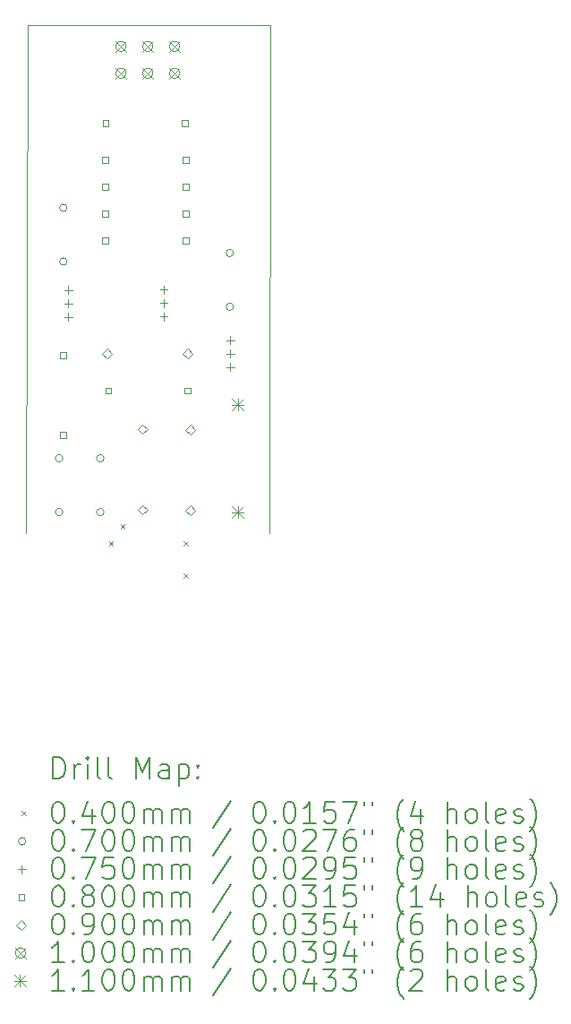
<source format=gbr>
%TF.GenerationSoftware,KiCad,Pcbnew,6.0.11+dfsg-1*%
%TF.CreationDate,2025-09-02T17:45:51-05:00*%
%TF.ProjectId,TinyFreq,54696e79-4672-4657-912e-6b696361645f,rev?*%
%TF.SameCoordinates,Original*%
%TF.FileFunction,Drillmap*%
%TF.FilePolarity,Positive*%
%FSLAX45Y45*%
G04 Gerber Fmt 4.5, Leading zero omitted, Abs format (unit mm)*
G04 Created by KiCad (PCBNEW 6.0.11+dfsg-1) date 2025-09-02 17:45:51*
%MOMM*%
%LPD*%
G01*
G04 APERTURE LIST*
%ADD10C,0.100000*%
%ADD11C,0.200000*%
%ADD12C,0.040000*%
%ADD13C,0.070000*%
%ADD14C,0.075000*%
%ADD15C,0.080000*%
%ADD16C,0.090000*%
%ADD17C,0.110000*%
G04 APERTURE END LIST*
D10*
X12440500Y-11208000D02*
X12450000Y-6400000D01*
X14750000Y-6400000D02*
X14740500Y-11208000D01*
X12450000Y-6400000D02*
X14750000Y-6400000D01*
D11*
D12*
X13220500Y-11280000D02*
X13260500Y-11320000D01*
X13260500Y-11280000D02*
X13220500Y-11320000D01*
X13330500Y-11123000D02*
X13370500Y-11163000D01*
X13370500Y-11123000D02*
X13330500Y-11163000D01*
X13928500Y-11280000D02*
X13968500Y-11320000D01*
X13968500Y-11280000D02*
X13928500Y-11320000D01*
X13930000Y-11588000D02*
X13970000Y-11628000D01*
X13970000Y-11588000D02*
X13930000Y-11628000D01*
D13*
X12785500Y-10498000D02*
G75*
G03*
X12785500Y-10498000I-35000J0D01*
G01*
X12785500Y-11006000D02*
G75*
G03*
X12785500Y-11006000I-35000J0D01*
G01*
X12825500Y-8130000D02*
G75*
G03*
X12825500Y-8130000I-35000J0D01*
G01*
X12825500Y-8638000D02*
G75*
G03*
X12825500Y-8638000I-35000J0D01*
G01*
X13175500Y-10498000D02*
G75*
G03*
X13175500Y-10498000I-35000J0D01*
G01*
X13175500Y-11006000D02*
G75*
G03*
X13175500Y-11006000I-35000J0D01*
G01*
X14400500Y-8558000D02*
G75*
G03*
X14400500Y-8558000I-35000J0D01*
G01*
X14400500Y-9066000D02*
G75*
G03*
X14400500Y-9066000I-35000J0D01*
G01*
D14*
X12838500Y-8868500D02*
X12838500Y-8943500D01*
X12801000Y-8906000D02*
X12876000Y-8906000D01*
X12838500Y-8995500D02*
X12838500Y-9070500D01*
X12801000Y-9033000D02*
X12876000Y-9033000D01*
X12838500Y-9122500D02*
X12838500Y-9197500D01*
X12801000Y-9160000D02*
X12876000Y-9160000D01*
X13740500Y-8866500D02*
X13740500Y-8941500D01*
X13703000Y-8904000D02*
X13778000Y-8904000D01*
X13740500Y-8993500D02*
X13740500Y-9068500D01*
X13703000Y-9031000D02*
X13778000Y-9031000D01*
X13740500Y-9120500D02*
X13740500Y-9195500D01*
X13703000Y-9158000D02*
X13778000Y-9158000D01*
X14368500Y-9343500D02*
X14368500Y-9418500D01*
X14331000Y-9381000D02*
X14406000Y-9381000D01*
X14368500Y-9470500D02*
X14368500Y-9545500D01*
X14331000Y-9508000D02*
X14406000Y-9508000D01*
X14368500Y-9597500D02*
X14368500Y-9672500D01*
X14331000Y-9635000D02*
X14406000Y-9635000D01*
D15*
X12818784Y-9553285D02*
X12818784Y-9496716D01*
X12762215Y-9496716D01*
X12762215Y-9553285D01*
X12818784Y-9553285D01*
X12818784Y-10303285D02*
X12818784Y-10246716D01*
X12762215Y-10246716D01*
X12762215Y-10303285D01*
X12818784Y-10303285D01*
X13213784Y-7706284D02*
X13213784Y-7649715D01*
X13157215Y-7649715D01*
X13157215Y-7706284D01*
X13213784Y-7706284D01*
X13213784Y-7960284D02*
X13213784Y-7903715D01*
X13157215Y-7903715D01*
X13157215Y-7960284D01*
X13213784Y-7960284D01*
X13213784Y-8214284D02*
X13213784Y-8157715D01*
X13157215Y-8157715D01*
X13157215Y-8214284D01*
X13213784Y-8214284D01*
X13213784Y-8468285D02*
X13213784Y-8411716D01*
X13157215Y-8411716D01*
X13157215Y-8468285D01*
X13213784Y-8468285D01*
X13218784Y-7361284D02*
X13218784Y-7304715D01*
X13162215Y-7304715D01*
X13162215Y-7361284D01*
X13218784Y-7361284D01*
X13243784Y-9886285D02*
X13243784Y-9829716D01*
X13187215Y-9829716D01*
X13187215Y-9886285D01*
X13243784Y-9886285D01*
X13968784Y-7361284D02*
X13968784Y-7304715D01*
X13912215Y-7304715D01*
X13912215Y-7361284D01*
X13968784Y-7361284D01*
X13975784Y-7706284D02*
X13975784Y-7649715D01*
X13919215Y-7649715D01*
X13919215Y-7706284D01*
X13975784Y-7706284D01*
X13975784Y-7960284D02*
X13975784Y-7903715D01*
X13919215Y-7903715D01*
X13919215Y-7960284D01*
X13975784Y-7960284D01*
X13975784Y-8214284D02*
X13975784Y-8157715D01*
X13919215Y-8157715D01*
X13919215Y-8214284D01*
X13975784Y-8214284D01*
X13975784Y-8468285D02*
X13975784Y-8411716D01*
X13919215Y-8411716D01*
X13919215Y-8468285D01*
X13975784Y-8468285D01*
X13993784Y-9886285D02*
X13993784Y-9829716D01*
X13937215Y-9829716D01*
X13937215Y-9886285D01*
X13993784Y-9886285D01*
D16*
X13203500Y-9553000D02*
X13248500Y-9508000D01*
X13203500Y-9463000D01*
X13158500Y-9508000D01*
X13203500Y-9553000D01*
X13540500Y-10266000D02*
X13585500Y-10221000D01*
X13540500Y-10176000D01*
X13495500Y-10221000D01*
X13540500Y-10266000D01*
X13540500Y-11028000D02*
X13585500Y-10983000D01*
X13540500Y-10938000D01*
X13495500Y-10983000D01*
X13540500Y-11028000D01*
X13965500Y-9553000D02*
X14010500Y-9508000D01*
X13965500Y-9463000D01*
X13920500Y-9508000D01*
X13965500Y-9553000D01*
X13990500Y-10272000D02*
X14035500Y-10227000D01*
X13990500Y-10182000D01*
X13945500Y-10227000D01*
X13990500Y-10272000D01*
X13990500Y-11034000D02*
X14035500Y-10989000D01*
X13990500Y-10944000D01*
X13945500Y-10989000D01*
X13990500Y-11034000D01*
D10*
X13285000Y-6555500D02*
X13385000Y-6655500D01*
X13385000Y-6555500D02*
X13285000Y-6655500D01*
X13385000Y-6605500D02*
G75*
G03*
X13385000Y-6605500I-50000J0D01*
G01*
X13285000Y-6809500D02*
X13385000Y-6909500D01*
X13385000Y-6809500D02*
X13285000Y-6909500D01*
X13385000Y-6859500D02*
G75*
G03*
X13385000Y-6859500I-50000J0D01*
G01*
X13539000Y-6555500D02*
X13639000Y-6655500D01*
X13639000Y-6555500D02*
X13539000Y-6655500D01*
X13639000Y-6605500D02*
G75*
G03*
X13639000Y-6605500I-50000J0D01*
G01*
X13539000Y-6809500D02*
X13639000Y-6909500D01*
X13639000Y-6809500D02*
X13539000Y-6909500D01*
X13639000Y-6859500D02*
G75*
G03*
X13639000Y-6859500I-50000J0D01*
G01*
X13793000Y-6555500D02*
X13893000Y-6655500D01*
X13893000Y-6555500D02*
X13793000Y-6655500D01*
X13893000Y-6605500D02*
G75*
G03*
X13893000Y-6605500I-50000J0D01*
G01*
X13793000Y-6809500D02*
X13893000Y-6909500D01*
X13893000Y-6809500D02*
X13793000Y-6909500D01*
X13893000Y-6859500D02*
G75*
G03*
X13893000Y-6859500I-50000J0D01*
G01*
D17*
X14385500Y-9937000D02*
X14495500Y-10047000D01*
X14495500Y-9937000D02*
X14385500Y-10047000D01*
X14440500Y-9937000D02*
X14440500Y-10047000D01*
X14385500Y-9992000D02*
X14495500Y-9992000D01*
X14385500Y-10953000D02*
X14495500Y-11063000D01*
X14495500Y-10953000D02*
X14385500Y-11063000D01*
X14440500Y-10953000D02*
X14440500Y-11063000D01*
X14385500Y-11008000D02*
X14495500Y-11008000D01*
D11*
X12693119Y-13523476D02*
X12693119Y-13323476D01*
X12740738Y-13323476D01*
X12769309Y-13333000D01*
X12788357Y-13352048D01*
X12797881Y-13371095D01*
X12807405Y-13409190D01*
X12807405Y-13437762D01*
X12797881Y-13475857D01*
X12788357Y-13494905D01*
X12769309Y-13513952D01*
X12740738Y-13523476D01*
X12693119Y-13523476D01*
X12893119Y-13523476D02*
X12893119Y-13390143D01*
X12893119Y-13428238D02*
X12902643Y-13409190D01*
X12912167Y-13399667D01*
X12931214Y-13390143D01*
X12950262Y-13390143D01*
X13016928Y-13523476D02*
X13016928Y-13390143D01*
X13016928Y-13323476D02*
X13007405Y-13333000D01*
X13016928Y-13342524D01*
X13026452Y-13333000D01*
X13016928Y-13323476D01*
X13016928Y-13342524D01*
X13140738Y-13523476D02*
X13121690Y-13513952D01*
X13112167Y-13494905D01*
X13112167Y-13323476D01*
X13245500Y-13523476D02*
X13226452Y-13513952D01*
X13216928Y-13494905D01*
X13216928Y-13323476D01*
X13474071Y-13523476D02*
X13474071Y-13323476D01*
X13540738Y-13466333D01*
X13607405Y-13323476D01*
X13607405Y-13523476D01*
X13788357Y-13523476D02*
X13788357Y-13418714D01*
X13778833Y-13399667D01*
X13759786Y-13390143D01*
X13721690Y-13390143D01*
X13702643Y-13399667D01*
X13788357Y-13513952D02*
X13769309Y-13523476D01*
X13721690Y-13523476D01*
X13702643Y-13513952D01*
X13693119Y-13494905D01*
X13693119Y-13475857D01*
X13702643Y-13456809D01*
X13721690Y-13447286D01*
X13769309Y-13447286D01*
X13788357Y-13437762D01*
X13883595Y-13390143D02*
X13883595Y-13590143D01*
X13883595Y-13399667D02*
X13902643Y-13390143D01*
X13940738Y-13390143D01*
X13959786Y-13399667D01*
X13969309Y-13409190D01*
X13978833Y-13428238D01*
X13978833Y-13485381D01*
X13969309Y-13504428D01*
X13959786Y-13513952D01*
X13940738Y-13523476D01*
X13902643Y-13523476D01*
X13883595Y-13513952D01*
X14064548Y-13504428D02*
X14074071Y-13513952D01*
X14064548Y-13523476D01*
X14055024Y-13513952D01*
X14064548Y-13504428D01*
X14064548Y-13523476D01*
X14064548Y-13399667D02*
X14074071Y-13409190D01*
X14064548Y-13418714D01*
X14055024Y-13409190D01*
X14064548Y-13399667D01*
X14064548Y-13418714D01*
D12*
X12395500Y-13833000D02*
X12435500Y-13873000D01*
X12435500Y-13833000D02*
X12395500Y-13873000D01*
D11*
X12731214Y-13743476D02*
X12750262Y-13743476D01*
X12769309Y-13753000D01*
X12778833Y-13762524D01*
X12788357Y-13781571D01*
X12797881Y-13819667D01*
X12797881Y-13867286D01*
X12788357Y-13905381D01*
X12778833Y-13924428D01*
X12769309Y-13933952D01*
X12750262Y-13943476D01*
X12731214Y-13943476D01*
X12712167Y-13933952D01*
X12702643Y-13924428D01*
X12693119Y-13905381D01*
X12683595Y-13867286D01*
X12683595Y-13819667D01*
X12693119Y-13781571D01*
X12702643Y-13762524D01*
X12712167Y-13753000D01*
X12731214Y-13743476D01*
X12883595Y-13924428D02*
X12893119Y-13933952D01*
X12883595Y-13943476D01*
X12874071Y-13933952D01*
X12883595Y-13924428D01*
X12883595Y-13943476D01*
X13064548Y-13810143D02*
X13064548Y-13943476D01*
X13016928Y-13733952D02*
X12969309Y-13876809D01*
X13093119Y-13876809D01*
X13207405Y-13743476D02*
X13226452Y-13743476D01*
X13245500Y-13753000D01*
X13255024Y-13762524D01*
X13264548Y-13781571D01*
X13274071Y-13819667D01*
X13274071Y-13867286D01*
X13264548Y-13905381D01*
X13255024Y-13924428D01*
X13245500Y-13933952D01*
X13226452Y-13943476D01*
X13207405Y-13943476D01*
X13188357Y-13933952D01*
X13178833Y-13924428D01*
X13169309Y-13905381D01*
X13159786Y-13867286D01*
X13159786Y-13819667D01*
X13169309Y-13781571D01*
X13178833Y-13762524D01*
X13188357Y-13753000D01*
X13207405Y-13743476D01*
X13397881Y-13743476D02*
X13416928Y-13743476D01*
X13435976Y-13753000D01*
X13445500Y-13762524D01*
X13455024Y-13781571D01*
X13464548Y-13819667D01*
X13464548Y-13867286D01*
X13455024Y-13905381D01*
X13445500Y-13924428D01*
X13435976Y-13933952D01*
X13416928Y-13943476D01*
X13397881Y-13943476D01*
X13378833Y-13933952D01*
X13369309Y-13924428D01*
X13359786Y-13905381D01*
X13350262Y-13867286D01*
X13350262Y-13819667D01*
X13359786Y-13781571D01*
X13369309Y-13762524D01*
X13378833Y-13753000D01*
X13397881Y-13743476D01*
X13550262Y-13943476D02*
X13550262Y-13810143D01*
X13550262Y-13829190D02*
X13559786Y-13819667D01*
X13578833Y-13810143D01*
X13607405Y-13810143D01*
X13626452Y-13819667D01*
X13635976Y-13838714D01*
X13635976Y-13943476D01*
X13635976Y-13838714D02*
X13645500Y-13819667D01*
X13664548Y-13810143D01*
X13693119Y-13810143D01*
X13712167Y-13819667D01*
X13721690Y-13838714D01*
X13721690Y-13943476D01*
X13816928Y-13943476D02*
X13816928Y-13810143D01*
X13816928Y-13829190D02*
X13826452Y-13819667D01*
X13845500Y-13810143D01*
X13874071Y-13810143D01*
X13893119Y-13819667D01*
X13902643Y-13838714D01*
X13902643Y-13943476D01*
X13902643Y-13838714D02*
X13912167Y-13819667D01*
X13931214Y-13810143D01*
X13959786Y-13810143D01*
X13978833Y-13819667D01*
X13988357Y-13838714D01*
X13988357Y-13943476D01*
X14378833Y-13733952D02*
X14207405Y-13991095D01*
X14635976Y-13743476D02*
X14655024Y-13743476D01*
X14674071Y-13753000D01*
X14683595Y-13762524D01*
X14693119Y-13781571D01*
X14702643Y-13819667D01*
X14702643Y-13867286D01*
X14693119Y-13905381D01*
X14683595Y-13924428D01*
X14674071Y-13933952D01*
X14655024Y-13943476D01*
X14635976Y-13943476D01*
X14616928Y-13933952D01*
X14607405Y-13924428D01*
X14597881Y-13905381D01*
X14588357Y-13867286D01*
X14588357Y-13819667D01*
X14597881Y-13781571D01*
X14607405Y-13762524D01*
X14616928Y-13753000D01*
X14635976Y-13743476D01*
X14788357Y-13924428D02*
X14797881Y-13933952D01*
X14788357Y-13943476D01*
X14778833Y-13933952D01*
X14788357Y-13924428D01*
X14788357Y-13943476D01*
X14921690Y-13743476D02*
X14940738Y-13743476D01*
X14959786Y-13753000D01*
X14969309Y-13762524D01*
X14978833Y-13781571D01*
X14988357Y-13819667D01*
X14988357Y-13867286D01*
X14978833Y-13905381D01*
X14969309Y-13924428D01*
X14959786Y-13933952D01*
X14940738Y-13943476D01*
X14921690Y-13943476D01*
X14902643Y-13933952D01*
X14893119Y-13924428D01*
X14883595Y-13905381D01*
X14874071Y-13867286D01*
X14874071Y-13819667D01*
X14883595Y-13781571D01*
X14893119Y-13762524D01*
X14902643Y-13753000D01*
X14921690Y-13743476D01*
X15178833Y-13943476D02*
X15064548Y-13943476D01*
X15121690Y-13943476D02*
X15121690Y-13743476D01*
X15102643Y-13772048D01*
X15083595Y-13791095D01*
X15064548Y-13800619D01*
X15359786Y-13743476D02*
X15264548Y-13743476D01*
X15255024Y-13838714D01*
X15264548Y-13829190D01*
X15283595Y-13819667D01*
X15331214Y-13819667D01*
X15350262Y-13829190D01*
X15359786Y-13838714D01*
X15369309Y-13857762D01*
X15369309Y-13905381D01*
X15359786Y-13924428D01*
X15350262Y-13933952D01*
X15331214Y-13943476D01*
X15283595Y-13943476D01*
X15264548Y-13933952D01*
X15255024Y-13924428D01*
X15435976Y-13743476D02*
X15569309Y-13743476D01*
X15483595Y-13943476D01*
X15635976Y-13743476D02*
X15635976Y-13781571D01*
X15712167Y-13743476D02*
X15712167Y-13781571D01*
X16007405Y-14019667D02*
X15997881Y-14010143D01*
X15978833Y-13981571D01*
X15969309Y-13962524D01*
X15959786Y-13933952D01*
X15950262Y-13886333D01*
X15950262Y-13848238D01*
X15959786Y-13800619D01*
X15969309Y-13772048D01*
X15978833Y-13753000D01*
X15997881Y-13724428D01*
X16007405Y-13714905D01*
X16169309Y-13810143D02*
X16169309Y-13943476D01*
X16121690Y-13733952D02*
X16074071Y-13876809D01*
X16197881Y-13876809D01*
X16426452Y-13943476D02*
X16426452Y-13743476D01*
X16512167Y-13943476D02*
X16512167Y-13838714D01*
X16502643Y-13819667D01*
X16483595Y-13810143D01*
X16455024Y-13810143D01*
X16435976Y-13819667D01*
X16426452Y-13829190D01*
X16635976Y-13943476D02*
X16616928Y-13933952D01*
X16607405Y-13924428D01*
X16597881Y-13905381D01*
X16597881Y-13848238D01*
X16607405Y-13829190D01*
X16616928Y-13819667D01*
X16635976Y-13810143D01*
X16664548Y-13810143D01*
X16683595Y-13819667D01*
X16693119Y-13829190D01*
X16702643Y-13848238D01*
X16702643Y-13905381D01*
X16693119Y-13924428D01*
X16683595Y-13933952D01*
X16664548Y-13943476D01*
X16635976Y-13943476D01*
X16816929Y-13943476D02*
X16797881Y-13933952D01*
X16788357Y-13914905D01*
X16788357Y-13743476D01*
X16969310Y-13933952D02*
X16950262Y-13943476D01*
X16912167Y-13943476D01*
X16893119Y-13933952D01*
X16883595Y-13914905D01*
X16883595Y-13838714D01*
X16893119Y-13819667D01*
X16912167Y-13810143D01*
X16950262Y-13810143D01*
X16969310Y-13819667D01*
X16978833Y-13838714D01*
X16978833Y-13857762D01*
X16883595Y-13876809D01*
X17055024Y-13933952D02*
X17074071Y-13943476D01*
X17112167Y-13943476D01*
X17131214Y-13933952D01*
X17140738Y-13914905D01*
X17140738Y-13905381D01*
X17131214Y-13886333D01*
X17112167Y-13876809D01*
X17083595Y-13876809D01*
X17064548Y-13867286D01*
X17055024Y-13848238D01*
X17055024Y-13838714D01*
X17064548Y-13819667D01*
X17083595Y-13810143D01*
X17112167Y-13810143D01*
X17131214Y-13819667D01*
X17207405Y-14019667D02*
X17216929Y-14010143D01*
X17235976Y-13981571D01*
X17245500Y-13962524D01*
X17255024Y-13933952D01*
X17264548Y-13886333D01*
X17264548Y-13848238D01*
X17255024Y-13800619D01*
X17245500Y-13772048D01*
X17235976Y-13753000D01*
X17216929Y-13724428D01*
X17207405Y-13714905D01*
D13*
X12435500Y-14117000D02*
G75*
G03*
X12435500Y-14117000I-35000J0D01*
G01*
D11*
X12731214Y-14007476D02*
X12750262Y-14007476D01*
X12769309Y-14017000D01*
X12778833Y-14026524D01*
X12788357Y-14045571D01*
X12797881Y-14083667D01*
X12797881Y-14131286D01*
X12788357Y-14169381D01*
X12778833Y-14188428D01*
X12769309Y-14197952D01*
X12750262Y-14207476D01*
X12731214Y-14207476D01*
X12712167Y-14197952D01*
X12702643Y-14188428D01*
X12693119Y-14169381D01*
X12683595Y-14131286D01*
X12683595Y-14083667D01*
X12693119Y-14045571D01*
X12702643Y-14026524D01*
X12712167Y-14017000D01*
X12731214Y-14007476D01*
X12883595Y-14188428D02*
X12893119Y-14197952D01*
X12883595Y-14207476D01*
X12874071Y-14197952D01*
X12883595Y-14188428D01*
X12883595Y-14207476D01*
X12959786Y-14007476D02*
X13093119Y-14007476D01*
X13007405Y-14207476D01*
X13207405Y-14007476D02*
X13226452Y-14007476D01*
X13245500Y-14017000D01*
X13255024Y-14026524D01*
X13264548Y-14045571D01*
X13274071Y-14083667D01*
X13274071Y-14131286D01*
X13264548Y-14169381D01*
X13255024Y-14188428D01*
X13245500Y-14197952D01*
X13226452Y-14207476D01*
X13207405Y-14207476D01*
X13188357Y-14197952D01*
X13178833Y-14188428D01*
X13169309Y-14169381D01*
X13159786Y-14131286D01*
X13159786Y-14083667D01*
X13169309Y-14045571D01*
X13178833Y-14026524D01*
X13188357Y-14017000D01*
X13207405Y-14007476D01*
X13397881Y-14007476D02*
X13416928Y-14007476D01*
X13435976Y-14017000D01*
X13445500Y-14026524D01*
X13455024Y-14045571D01*
X13464548Y-14083667D01*
X13464548Y-14131286D01*
X13455024Y-14169381D01*
X13445500Y-14188428D01*
X13435976Y-14197952D01*
X13416928Y-14207476D01*
X13397881Y-14207476D01*
X13378833Y-14197952D01*
X13369309Y-14188428D01*
X13359786Y-14169381D01*
X13350262Y-14131286D01*
X13350262Y-14083667D01*
X13359786Y-14045571D01*
X13369309Y-14026524D01*
X13378833Y-14017000D01*
X13397881Y-14007476D01*
X13550262Y-14207476D02*
X13550262Y-14074143D01*
X13550262Y-14093190D02*
X13559786Y-14083667D01*
X13578833Y-14074143D01*
X13607405Y-14074143D01*
X13626452Y-14083667D01*
X13635976Y-14102714D01*
X13635976Y-14207476D01*
X13635976Y-14102714D02*
X13645500Y-14083667D01*
X13664548Y-14074143D01*
X13693119Y-14074143D01*
X13712167Y-14083667D01*
X13721690Y-14102714D01*
X13721690Y-14207476D01*
X13816928Y-14207476D02*
X13816928Y-14074143D01*
X13816928Y-14093190D02*
X13826452Y-14083667D01*
X13845500Y-14074143D01*
X13874071Y-14074143D01*
X13893119Y-14083667D01*
X13902643Y-14102714D01*
X13902643Y-14207476D01*
X13902643Y-14102714D02*
X13912167Y-14083667D01*
X13931214Y-14074143D01*
X13959786Y-14074143D01*
X13978833Y-14083667D01*
X13988357Y-14102714D01*
X13988357Y-14207476D01*
X14378833Y-13997952D02*
X14207405Y-14255095D01*
X14635976Y-14007476D02*
X14655024Y-14007476D01*
X14674071Y-14017000D01*
X14683595Y-14026524D01*
X14693119Y-14045571D01*
X14702643Y-14083667D01*
X14702643Y-14131286D01*
X14693119Y-14169381D01*
X14683595Y-14188428D01*
X14674071Y-14197952D01*
X14655024Y-14207476D01*
X14635976Y-14207476D01*
X14616928Y-14197952D01*
X14607405Y-14188428D01*
X14597881Y-14169381D01*
X14588357Y-14131286D01*
X14588357Y-14083667D01*
X14597881Y-14045571D01*
X14607405Y-14026524D01*
X14616928Y-14017000D01*
X14635976Y-14007476D01*
X14788357Y-14188428D02*
X14797881Y-14197952D01*
X14788357Y-14207476D01*
X14778833Y-14197952D01*
X14788357Y-14188428D01*
X14788357Y-14207476D01*
X14921690Y-14007476D02*
X14940738Y-14007476D01*
X14959786Y-14017000D01*
X14969309Y-14026524D01*
X14978833Y-14045571D01*
X14988357Y-14083667D01*
X14988357Y-14131286D01*
X14978833Y-14169381D01*
X14969309Y-14188428D01*
X14959786Y-14197952D01*
X14940738Y-14207476D01*
X14921690Y-14207476D01*
X14902643Y-14197952D01*
X14893119Y-14188428D01*
X14883595Y-14169381D01*
X14874071Y-14131286D01*
X14874071Y-14083667D01*
X14883595Y-14045571D01*
X14893119Y-14026524D01*
X14902643Y-14017000D01*
X14921690Y-14007476D01*
X15064548Y-14026524D02*
X15074071Y-14017000D01*
X15093119Y-14007476D01*
X15140738Y-14007476D01*
X15159786Y-14017000D01*
X15169309Y-14026524D01*
X15178833Y-14045571D01*
X15178833Y-14064619D01*
X15169309Y-14093190D01*
X15055024Y-14207476D01*
X15178833Y-14207476D01*
X15245500Y-14007476D02*
X15378833Y-14007476D01*
X15293119Y-14207476D01*
X15540738Y-14007476D02*
X15502643Y-14007476D01*
X15483595Y-14017000D01*
X15474071Y-14026524D01*
X15455024Y-14055095D01*
X15445500Y-14093190D01*
X15445500Y-14169381D01*
X15455024Y-14188428D01*
X15464548Y-14197952D01*
X15483595Y-14207476D01*
X15521690Y-14207476D01*
X15540738Y-14197952D01*
X15550262Y-14188428D01*
X15559786Y-14169381D01*
X15559786Y-14121762D01*
X15550262Y-14102714D01*
X15540738Y-14093190D01*
X15521690Y-14083667D01*
X15483595Y-14083667D01*
X15464548Y-14093190D01*
X15455024Y-14102714D01*
X15445500Y-14121762D01*
X15635976Y-14007476D02*
X15635976Y-14045571D01*
X15712167Y-14007476D02*
X15712167Y-14045571D01*
X16007405Y-14283667D02*
X15997881Y-14274143D01*
X15978833Y-14245571D01*
X15969309Y-14226524D01*
X15959786Y-14197952D01*
X15950262Y-14150333D01*
X15950262Y-14112238D01*
X15959786Y-14064619D01*
X15969309Y-14036048D01*
X15978833Y-14017000D01*
X15997881Y-13988428D01*
X16007405Y-13978905D01*
X16112167Y-14093190D02*
X16093119Y-14083667D01*
X16083595Y-14074143D01*
X16074071Y-14055095D01*
X16074071Y-14045571D01*
X16083595Y-14026524D01*
X16093119Y-14017000D01*
X16112167Y-14007476D01*
X16150262Y-14007476D01*
X16169309Y-14017000D01*
X16178833Y-14026524D01*
X16188357Y-14045571D01*
X16188357Y-14055095D01*
X16178833Y-14074143D01*
X16169309Y-14083667D01*
X16150262Y-14093190D01*
X16112167Y-14093190D01*
X16093119Y-14102714D01*
X16083595Y-14112238D01*
X16074071Y-14131286D01*
X16074071Y-14169381D01*
X16083595Y-14188428D01*
X16093119Y-14197952D01*
X16112167Y-14207476D01*
X16150262Y-14207476D01*
X16169309Y-14197952D01*
X16178833Y-14188428D01*
X16188357Y-14169381D01*
X16188357Y-14131286D01*
X16178833Y-14112238D01*
X16169309Y-14102714D01*
X16150262Y-14093190D01*
X16426452Y-14207476D02*
X16426452Y-14007476D01*
X16512167Y-14207476D02*
X16512167Y-14102714D01*
X16502643Y-14083667D01*
X16483595Y-14074143D01*
X16455024Y-14074143D01*
X16435976Y-14083667D01*
X16426452Y-14093190D01*
X16635976Y-14207476D02*
X16616928Y-14197952D01*
X16607405Y-14188428D01*
X16597881Y-14169381D01*
X16597881Y-14112238D01*
X16607405Y-14093190D01*
X16616928Y-14083667D01*
X16635976Y-14074143D01*
X16664548Y-14074143D01*
X16683595Y-14083667D01*
X16693119Y-14093190D01*
X16702643Y-14112238D01*
X16702643Y-14169381D01*
X16693119Y-14188428D01*
X16683595Y-14197952D01*
X16664548Y-14207476D01*
X16635976Y-14207476D01*
X16816929Y-14207476D02*
X16797881Y-14197952D01*
X16788357Y-14178905D01*
X16788357Y-14007476D01*
X16969310Y-14197952D02*
X16950262Y-14207476D01*
X16912167Y-14207476D01*
X16893119Y-14197952D01*
X16883595Y-14178905D01*
X16883595Y-14102714D01*
X16893119Y-14083667D01*
X16912167Y-14074143D01*
X16950262Y-14074143D01*
X16969310Y-14083667D01*
X16978833Y-14102714D01*
X16978833Y-14121762D01*
X16883595Y-14140809D01*
X17055024Y-14197952D02*
X17074071Y-14207476D01*
X17112167Y-14207476D01*
X17131214Y-14197952D01*
X17140738Y-14178905D01*
X17140738Y-14169381D01*
X17131214Y-14150333D01*
X17112167Y-14140809D01*
X17083595Y-14140809D01*
X17064548Y-14131286D01*
X17055024Y-14112238D01*
X17055024Y-14102714D01*
X17064548Y-14083667D01*
X17083595Y-14074143D01*
X17112167Y-14074143D01*
X17131214Y-14083667D01*
X17207405Y-14283667D02*
X17216929Y-14274143D01*
X17235976Y-14245571D01*
X17245500Y-14226524D01*
X17255024Y-14197952D01*
X17264548Y-14150333D01*
X17264548Y-14112238D01*
X17255024Y-14064619D01*
X17245500Y-14036048D01*
X17235976Y-14017000D01*
X17216929Y-13988428D01*
X17207405Y-13978905D01*
D14*
X12398000Y-14343500D02*
X12398000Y-14418500D01*
X12360500Y-14381000D02*
X12435500Y-14381000D01*
D11*
X12731214Y-14271476D02*
X12750262Y-14271476D01*
X12769309Y-14281000D01*
X12778833Y-14290524D01*
X12788357Y-14309571D01*
X12797881Y-14347667D01*
X12797881Y-14395286D01*
X12788357Y-14433381D01*
X12778833Y-14452428D01*
X12769309Y-14461952D01*
X12750262Y-14471476D01*
X12731214Y-14471476D01*
X12712167Y-14461952D01*
X12702643Y-14452428D01*
X12693119Y-14433381D01*
X12683595Y-14395286D01*
X12683595Y-14347667D01*
X12693119Y-14309571D01*
X12702643Y-14290524D01*
X12712167Y-14281000D01*
X12731214Y-14271476D01*
X12883595Y-14452428D02*
X12893119Y-14461952D01*
X12883595Y-14471476D01*
X12874071Y-14461952D01*
X12883595Y-14452428D01*
X12883595Y-14471476D01*
X12959786Y-14271476D02*
X13093119Y-14271476D01*
X13007405Y-14471476D01*
X13264548Y-14271476D02*
X13169309Y-14271476D01*
X13159786Y-14366714D01*
X13169309Y-14357190D01*
X13188357Y-14347667D01*
X13235976Y-14347667D01*
X13255024Y-14357190D01*
X13264548Y-14366714D01*
X13274071Y-14385762D01*
X13274071Y-14433381D01*
X13264548Y-14452428D01*
X13255024Y-14461952D01*
X13235976Y-14471476D01*
X13188357Y-14471476D01*
X13169309Y-14461952D01*
X13159786Y-14452428D01*
X13397881Y-14271476D02*
X13416928Y-14271476D01*
X13435976Y-14281000D01*
X13445500Y-14290524D01*
X13455024Y-14309571D01*
X13464548Y-14347667D01*
X13464548Y-14395286D01*
X13455024Y-14433381D01*
X13445500Y-14452428D01*
X13435976Y-14461952D01*
X13416928Y-14471476D01*
X13397881Y-14471476D01*
X13378833Y-14461952D01*
X13369309Y-14452428D01*
X13359786Y-14433381D01*
X13350262Y-14395286D01*
X13350262Y-14347667D01*
X13359786Y-14309571D01*
X13369309Y-14290524D01*
X13378833Y-14281000D01*
X13397881Y-14271476D01*
X13550262Y-14471476D02*
X13550262Y-14338143D01*
X13550262Y-14357190D02*
X13559786Y-14347667D01*
X13578833Y-14338143D01*
X13607405Y-14338143D01*
X13626452Y-14347667D01*
X13635976Y-14366714D01*
X13635976Y-14471476D01*
X13635976Y-14366714D02*
X13645500Y-14347667D01*
X13664548Y-14338143D01*
X13693119Y-14338143D01*
X13712167Y-14347667D01*
X13721690Y-14366714D01*
X13721690Y-14471476D01*
X13816928Y-14471476D02*
X13816928Y-14338143D01*
X13816928Y-14357190D02*
X13826452Y-14347667D01*
X13845500Y-14338143D01*
X13874071Y-14338143D01*
X13893119Y-14347667D01*
X13902643Y-14366714D01*
X13902643Y-14471476D01*
X13902643Y-14366714D02*
X13912167Y-14347667D01*
X13931214Y-14338143D01*
X13959786Y-14338143D01*
X13978833Y-14347667D01*
X13988357Y-14366714D01*
X13988357Y-14471476D01*
X14378833Y-14261952D02*
X14207405Y-14519095D01*
X14635976Y-14271476D02*
X14655024Y-14271476D01*
X14674071Y-14281000D01*
X14683595Y-14290524D01*
X14693119Y-14309571D01*
X14702643Y-14347667D01*
X14702643Y-14395286D01*
X14693119Y-14433381D01*
X14683595Y-14452428D01*
X14674071Y-14461952D01*
X14655024Y-14471476D01*
X14635976Y-14471476D01*
X14616928Y-14461952D01*
X14607405Y-14452428D01*
X14597881Y-14433381D01*
X14588357Y-14395286D01*
X14588357Y-14347667D01*
X14597881Y-14309571D01*
X14607405Y-14290524D01*
X14616928Y-14281000D01*
X14635976Y-14271476D01*
X14788357Y-14452428D02*
X14797881Y-14461952D01*
X14788357Y-14471476D01*
X14778833Y-14461952D01*
X14788357Y-14452428D01*
X14788357Y-14471476D01*
X14921690Y-14271476D02*
X14940738Y-14271476D01*
X14959786Y-14281000D01*
X14969309Y-14290524D01*
X14978833Y-14309571D01*
X14988357Y-14347667D01*
X14988357Y-14395286D01*
X14978833Y-14433381D01*
X14969309Y-14452428D01*
X14959786Y-14461952D01*
X14940738Y-14471476D01*
X14921690Y-14471476D01*
X14902643Y-14461952D01*
X14893119Y-14452428D01*
X14883595Y-14433381D01*
X14874071Y-14395286D01*
X14874071Y-14347667D01*
X14883595Y-14309571D01*
X14893119Y-14290524D01*
X14902643Y-14281000D01*
X14921690Y-14271476D01*
X15064548Y-14290524D02*
X15074071Y-14281000D01*
X15093119Y-14271476D01*
X15140738Y-14271476D01*
X15159786Y-14281000D01*
X15169309Y-14290524D01*
X15178833Y-14309571D01*
X15178833Y-14328619D01*
X15169309Y-14357190D01*
X15055024Y-14471476D01*
X15178833Y-14471476D01*
X15274071Y-14471476D02*
X15312167Y-14471476D01*
X15331214Y-14461952D01*
X15340738Y-14452428D01*
X15359786Y-14423857D01*
X15369309Y-14385762D01*
X15369309Y-14309571D01*
X15359786Y-14290524D01*
X15350262Y-14281000D01*
X15331214Y-14271476D01*
X15293119Y-14271476D01*
X15274071Y-14281000D01*
X15264548Y-14290524D01*
X15255024Y-14309571D01*
X15255024Y-14357190D01*
X15264548Y-14376238D01*
X15274071Y-14385762D01*
X15293119Y-14395286D01*
X15331214Y-14395286D01*
X15350262Y-14385762D01*
X15359786Y-14376238D01*
X15369309Y-14357190D01*
X15550262Y-14271476D02*
X15455024Y-14271476D01*
X15445500Y-14366714D01*
X15455024Y-14357190D01*
X15474071Y-14347667D01*
X15521690Y-14347667D01*
X15540738Y-14357190D01*
X15550262Y-14366714D01*
X15559786Y-14385762D01*
X15559786Y-14433381D01*
X15550262Y-14452428D01*
X15540738Y-14461952D01*
X15521690Y-14471476D01*
X15474071Y-14471476D01*
X15455024Y-14461952D01*
X15445500Y-14452428D01*
X15635976Y-14271476D02*
X15635976Y-14309571D01*
X15712167Y-14271476D02*
X15712167Y-14309571D01*
X16007405Y-14547667D02*
X15997881Y-14538143D01*
X15978833Y-14509571D01*
X15969309Y-14490524D01*
X15959786Y-14461952D01*
X15950262Y-14414333D01*
X15950262Y-14376238D01*
X15959786Y-14328619D01*
X15969309Y-14300048D01*
X15978833Y-14281000D01*
X15997881Y-14252428D01*
X16007405Y-14242905D01*
X16093119Y-14471476D02*
X16131214Y-14471476D01*
X16150262Y-14461952D01*
X16159786Y-14452428D01*
X16178833Y-14423857D01*
X16188357Y-14385762D01*
X16188357Y-14309571D01*
X16178833Y-14290524D01*
X16169309Y-14281000D01*
X16150262Y-14271476D01*
X16112167Y-14271476D01*
X16093119Y-14281000D01*
X16083595Y-14290524D01*
X16074071Y-14309571D01*
X16074071Y-14357190D01*
X16083595Y-14376238D01*
X16093119Y-14385762D01*
X16112167Y-14395286D01*
X16150262Y-14395286D01*
X16169309Y-14385762D01*
X16178833Y-14376238D01*
X16188357Y-14357190D01*
X16426452Y-14471476D02*
X16426452Y-14271476D01*
X16512167Y-14471476D02*
X16512167Y-14366714D01*
X16502643Y-14347667D01*
X16483595Y-14338143D01*
X16455024Y-14338143D01*
X16435976Y-14347667D01*
X16426452Y-14357190D01*
X16635976Y-14471476D02*
X16616928Y-14461952D01*
X16607405Y-14452428D01*
X16597881Y-14433381D01*
X16597881Y-14376238D01*
X16607405Y-14357190D01*
X16616928Y-14347667D01*
X16635976Y-14338143D01*
X16664548Y-14338143D01*
X16683595Y-14347667D01*
X16693119Y-14357190D01*
X16702643Y-14376238D01*
X16702643Y-14433381D01*
X16693119Y-14452428D01*
X16683595Y-14461952D01*
X16664548Y-14471476D01*
X16635976Y-14471476D01*
X16816929Y-14471476D02*
X16797881Y-14461952D01*
X16788357Y-14442905D01*
X16788357Y-14271476D01*
X16969310Y-14461952D02*
X16950262Y-14471476D01*
X16912167Y-14471476D01*
X16893119Y-14461952D01*
X16883595Y-14442905D01*
X16883595Y-14366714D01*
X16893119Y-14347667D01*
X16912167Y-14338143D01*
X16950262Y-14338143D01*
X16969310Y-14347667D01*
X16978833Y-14366714D01*
X16978833Y-14385762D01*
X16883595Y-14404809D01*
X17055024Y-14461952D02*
X17074071Y-14471476D01*
X17112167Y-14471476D01*
X17131214Y-14461952D01*
X17140738Y-14442905D01*
X17140738Y-14433381D01*
X17131214Y-14414333D01*
X17112167Y-14404809D01*
X17083595Y-14404809D01*
X17064548Y-14395286D01*
X17055024Y-14376238D01*
X17055024Y-14366714D01*
X17064548Y-14347667D01*
X17083595Y-14338143D01*
X17112167Y-14338143D01*
X17131214Y-14347667D01*
X17207405Y-14547667D02*
X17216929Y-14538143D01*
X17235976Y-14509571D01*
X17245500Y-14490524D01*
X17255024Y-14461952D01*
X17264548Y-14414333D01*
X17264548Y-14376238D01*
X17255024Y-14328619D01*
X17245500Y-14300048D01*
X17235976Y-14281000D01*
X17216929Y-14252428D01*
X17207405Y-14242905D01*
D15*
X12423784Y-14673284D02*
X12423784Y-14616715D01*
X12367215Y-14616715D01*
X12367215Y-14673284D01*
X12423784Y-14673284D01*
D11*
X12731214Y-14535476D02*
X12750262Y-14535476D01*
X12769309Y-14545000D01*
X12778833Y-14554524D01*
X12788357Y-14573571D01*
X12797881Y-14611667D01*
X12797881Y-14659286D01*
X12788357Y-14697381D01*
X12778833Y-14716428D01*
X12769309Y-14725952D01*
X12750262Y-14735476D01*
X12731214Y-14735476D01*
X12712167Y-14725952D01*
X12702643Y-14716428D01*
X12693119Y-14697381D01*
X12683595Y-14659286D01*
X12683595Y-14611667D01*
X12693119Y-14573571D01*
X12702643Y-14554524D01*
X12712167Y-14545000D01*
X12731214Y-14535476D01*
X12883595Y-14716428D02*
X12893119Y-14725952D01*
X12883595Y-14735476D01*
X12874071Y-14725952D01*
X12883595Y-14716428D01*
X12883595Y-14735476D01*
X13007405Y-14621190D02*
X12988357Y-14611667D01*
X12978833Y-14602143D01*
X12969309Y-14583095D01*
X12969309Y-14573571D01*
X12978833Y-14554524D01*
X12988357Y-14545000D01*
X13007405Y-14535476D01*
X13045500Y-14535476D01*
X13064548Y-14545000D01*
X13074071Y-14554524D01*
X13083595Y-14573571D01*
X13083595Y-14583095D01*
X13074071Y-14602143D01*
X13064548Y-14611667D01*
X13045500Y-14621190D01*
X13007405Y-14621190D01*
X12988357Y-14630714D01*
X12978833Y-14640238D01*
X12969309Y-14659286D01*
X12969309Y-14697381D01*
X12978833Y-14716428D01*
X12988357Y-14725952D01*
X13007405Y-14735476D01*
X13045500Y-14735476D01*
X13064548Y-14725952D01*
X13074071Y-14716428D01*
X13083595Y-14697381D01*
X13083595Y-14659286D01*
X13074071Y-14640238D01*
X13064548Y-14630714D01*
X13045500Y-14621190D01*
X13207405Y-14535476D02*
X13226452Y-14535476D01*
X13245500Y-14545000D01*
X13255024Y-14554524D01*
X13264548Y-14573571D01*
X13274071Y-14611667D01*
X13274071Y-14659286D01*
X13264548Y-14697381D01*
X13255024Y-14716428D01*
X13245500Y-14725952D01*
X13226452Y-14735476D01*
X13207405Y-14735476D01*
X13188357Y-14725952D01*
X13178833Y-14716428D01*
X13169309Y-14697381D01*
X13159786Y-14659286D01*
X13159786Y-14611667D01*
X13169309Y-14573571D01*
X13178833Y-14554524D01*
X13188357Y-14545000D01*
X13207405Y-14535476D01*
X13397881Y-14535476D02*
X13416928Y-14535476D01*
X13435976Y-14545000D01*
X13445500Y-14554524D01*
X13455024Y-14573571D01*
X13464548Y-14611667D01*
X13464548Y-14659286D01*
X13455024Y-14697381D01*
X13445500Y-14716428D01*
X13435976Y-14725952D01*
X13416928Y-14735476D01*
X13397881Y-14735476D01*
X13378833Y-14725952D01*
X13369309Y-14716428D01*
X13359786Y-14697381D01*
X13350262Y-14659286D01*
X13350262Y-14611667D01*
X13359786Y-14573571D01*
X13369309Y-14554524D01*
X13378833Y-14545000D01*
X13397881Y-14535476D01*
X13550262Y-14735476D02*
X13550262Y-14602143D01*
X13550262Y-14621190D02*
X13559786Y-14611667D01*
X13578833Y-14602143D01*
X13607405Y-14602143D01*
X13626452Y-14611667D01*
X13635976Y-14630714D01*
X13635976Y-14735476D01*
X13635976Y-14630714D02*
X13645500Y-14611667D01*
X13664548Y-14602143D01*
X13693119Y-14602143D01*
X13712167Y-14611667D01*
X13721690Y-14630714D01*
X13721690Y-14735476D01*
X13816928Y-14735476D02*
X13816928Y-14602143D01*
X13816928Y-14621190D02*
X13826452Y-14611667D01*
X13845500Y-14602143D01*
X13874071Y-14602143D01*
X13893119Y-14611667D01*
X13902643Y-14630714D01*
X13902643Y-14735476D01*
X13902643Y-14630714D02*
X13912167Y-14611667D01*
X13931214Y-14602143D01*
X13959786Y-14602143D01*
X13978833Y-14611667D01*
X13988357Y-14630714D01*
X13988357Y-14735476D01*
X14378833Y-14525952D02*
X14207405Y-14783095D01*
X14635976Y-14535476D02*
X14655024Y-14535476D01*
X14674071Y-14545000D01*
X14683595Y-14554524D01*
X14693119Y-14573571D01*
X14702643Y-14611667D01*
X14702643Y-14659286D01*
X14693119Y-14697381D01*
X14683595Y-14716428D01*
X14674071Y-14725952D01*
X14655024Y-14735476D01*
X14635976Y-14735476D01*
X14616928Y-14725952D01*
X14607405Y-14716428D01*
X14597881Y-14697381D01*
X14588357Y-14659286D01*
X14588357Y-14611667D01*
X14597881Y-14573571D01*
X14607405Y-14554524D01*
X14616928Y-14545000D01*
X14635976Y-14535476D01*
X14788357Y-14716428D02*
X14797881Y-14725952D01*
X14788357Y-14735476D01*
X14778833Y-14725952D01*
X14788357Y-14716428D01*
X14788357Y-14735476D01*
X14921690Y-14535476D02*
X14940738Y-14535476D01*
X14959786Y-14545000D01*
X14969309Y-14554524D01*
X14978833Y-14573571D01*
X14988357Y-14611667D01*
X14988357Y-14659286D01*
X14978833Y-14697381D01*
X14969309Y-14716428D01*
X14959786Y-14725952D01*
X14940738Y-14735476D01*
X14921690Y-14735476D01*
X14902643Y-14725952D01*
X14893119Y-14716428D01*
X14883595Y-14697381D01*
X14874071Y-14659286D01*
X14874071Y-14611667D01*
X14883595Y-14573571D01*
X14893119Y-14554524D01*
X14902643Y-14545000D01*
X14921690Y-14535476D01*
X15055024Y-14535476D02*
X15178833Y-14535476D01*
X15112167Y-14611667D01*
X15140738Y-14611667D01*
X15159786Y-14621190D01*
X15169309Y-14630714D01*
X15178833Y-14649762D01*
X15178833Y-14697381D01*
X15169309Y-14716428D01*
X15159786Y-14725952D01*
X15140738Y-14735476D01*
X15083595Y-14735476D01*
X15064548Y-14725952D01*
X15055024Y-14716428D01*
X15369309Y-14735476D02*
X15255024Y-14735476D01*
X15312167Y-14735476D02*
X15312167Y-14535476D01*
X15293119Y-14564048D01*
X15274071Y-14583095D01*
X15255024Y-14592619D01*
X15550262Y-14535476D02*
X15455024Y-14535476D01*
X15445500Y-14630714D01*
X15455024Y-14621190D01*
X15474071Y-14611667D01*
X15521690Y-14611667D01*
X15540738Y-14621190D01*
X15550262Y-14630714D01*
X15559786Y-14649762D01*
X15559786Y-14697381D01*
X15550262Y-14716428D01*
X15540738Y-14725952D01*
X15521690Y-14735476D01*
X15474071Y-14735476D01*
X15455024Y-14725952D01*
X15445500Y-14716428D01*
X15635976Y-14535476D02*
X15635976Y-14573571D01*
X15712167Y-14535476D02*
X15712167Y-14573571D01*
X16007405Y-14811667D02*
X15997881Y-14802143D01*
X15978833Y-14773571D01*
X15969309Y-14754524D01*
X15959786Y-14725952D01*
X15950262Y-14678333D01*
X15950262Y-14640238D01*
X15959786Y-14592619D01*
X15969309Y-14564048D01*
X15978833Y-14545000D01*
X15997881Y-14516428D01*
X16007405Y-14506905D01*
X16188357Y-14735476D02*
X16074071Y-14735476D01*
X16131214Y-14735476D02*
X16131214Y-14535476D01*
X16112167Y-14564048D01*
X16093119Y-14583095D01*
X16074071Y-14592619D01*
X16359786Y-14602143D02*
X16359786Y-14735476D01*
X16312167Y-14525952D02*
X16264548Y-14668809D01*
X16388357Y-14668809D01*
X16616928Y-14735476D02*
X16616928Y-14535476D01*
X16702643Y-14735476D02*
X16702643Y-14630714D01*
X16693119Y-14611667D01*
X16674071Y-14602143D01*
X16645500Y-14602143D01*
X16626452Y-14611667D01*
X16616928Y-14621190D01*
X16826452Y-14735476D02*
X16807405Y-14725952D01*
X16797881Y-14716428D01*
X16788357Y-14697381D01*
X16788357Y-14640238D01*
X16797881Y-14621190D01*
X16807405Y-14611667D01*
X16826452Y-14602143D01*
X16855024Y-14602143D01*
X16874071Y-14611667D01*
X16883595Y-14621190D01*
X16893119Y-14640238D01*
X16893119Y-14697381D01*
X16883595Y-14716428D01*
X16874071Y-14725952D01*
X16855024Y-14735476D01*
X16826452Y-14735476D01*
X17007405Y-14735476D02*
X16988357Y-14725952D01*
X16978833Y-14706905D01*
X16978833Y-14535476D01*
X17159786Y-14725952D02*
X17140738Y-14735476D01*
X17102643Y-14735476D01*
X17083595Y-14725952D01*
X17074071Y-14706905D01*
X17074071Y-14630714D01*
X17083595Y-14611667D01*
X17102643Y-14602143D01*
X17140738Y-14602143D01*
X17159786Y-14611667D01*
X17169310Y-14630714D01*
X17169310Y-14649762D01*
X17074071Y-14668809D01*
X17245500Y-14725952D02*
X17264548Y-14735476D01*
X17302643Y-14735476D01*
X17321690Y-14725952D01*
X17331214Y-14706905D01*
X17331214Y-14697381D01*
X17321690Y-14678333D01*
X17302643Y-14668809D01*
X17274071Y-14668809D01*
X17255024Y-14659286D01*
X17245500Y-14640238D01*
X17245500Y-14630714D01*
X17255024Y-14611667D01*
X17274071Y-14602143D01*
X17302643Y-14602143D01*
X17321690Y-14611667D01*
X17397881Y-14811667D02*
X17407405Y-14802143D01*
X17426452Y-14773571D01*
X17435976Y-14754524D01*
X17445500Y-14725952D01*
X17455024Y-14678333D01*
X17455024Y-14640238D01*
X17445500Y-14592619D01*
X17435976Y-14564048D01*
X17426452Y-14545000D01*
X17407405Y-14516428D01*
X17397881Y-14506905D01*
D16*
X12390500Y-14954000D02*
X12435500Y-14909000D01*
X12390500Y-14864000D01*
X12345500Y-14909000D01*
X12390500Y-14954000D01*
D11*
X12731214Y-14799476D02*
X12750262Y-14799476D01*
X12769309Y-14809000D01*
X12778833Y-14818524D01*
X12788357Y-14837571D01*
X12797881Y-14875667D01*
X12797881Y-14923286D01*
X12788357Y-14961381D01*
X12778833Y-14980428D01*
X12769309Y-14989952D01*
X12750262Y-14999476D01*
X12731214Y-14999476D01*
X12712167Y-14989952D01*
X12702643Y-14980428D01*
X12693119Y-14961381D01*
X12683595Y-14923286D01*
X12683595Y-14875667D01*
X12693119Y-14837571D01*
X12702643Y-14818524D01*
X12712167Y-14809000D01*
X12731214Y-14799476D01*
X12883595Y-14980428D02*
X12893119Y-14989952D01*
X12883595Y-14999476D01*
X12874071Y-14989952D01*
X12883595Y-14980428D01*
X12883595Y-14999476D01*
X12988357Y-14999476D02*
X13026452Y-14999476D01*
X13045500Y-14989952D01*
X13055024Y-14980428D01*
X13074071Y-14951857D01*
X13083595Y-14913762D01*
X13083595Y-14837571D01*
X13074071Y-14818524D01*
X13064548Y-14809000D01*
X13045500Y-14799476D01*
X13007405Y-14799476D01*
X12988357Y-14809000D01*
X12978833Y-14818524D01*
X12969309Y-14837571D01*
X12969309Y-14885190D01*
X12978833Y-14904238D01*
X12988357Y-14913762D01*
X13007405Y-14923286D01*
X13045500Y-14923286D01*
X13064548Y-14913762D01*
X13074071Y-14904238D01*
X13083595Y-14885190D01*
X13207405Y-14799476D02*
X13226452Y-14799476D01*
X13245500Y-14809000D01*
X13255024Y-14818524D01*
X13264548Y-14837571D01*
X13274071Y-14875667D01*
X13274071Y-14923286D01*
X13264548Y-14961381D01*
X13255024Y-14980428D01*
X13245500Y-14989952D01*
X13226452Y-14999476D01*
X13207405Y-14999476D01*
X13188357Y-14989952D01*
X13178833Y-14980428D01*
X13169309Y-14961381D01*
X13159786Y-14923286D01*
X13159786Y-14875667D01*
X13169309Y-14837571D01*
X13178833Y-14818524D01*
X13188357Y-14809000D01*
X13207405Y-14799476D01*
X13397881Y-14799476D02*
X13416928Y-14799476D01*
X13435976Y-14809000D01*
X13445500Y-14818524D01*
X13455024Y-14837571D01*
X13464548Y-14875667D01*
X13464548Y-14923286D01*
X13455024Y-14961381D01*
X13445500Y-14980428D01*
X13435976Y-14989952D01*
X13416928Y-14999476D01*
X13397881Y-14999476D01*
X13378833Y-14989952D01*
X13369309Y-14980428D01*
X13359786Y-14961381D01*
X13350262Y-14923286D01*
X13350262Y-14875667D01*
X13359786Y-14837571D01*
X13369309Y-14818524D01*
X13378833Y-14809000D01*
X13397881Y-14799476D01*
X13550262Y-14999476D02*
X13550262Y-14866143D01*
X13550262Y-14885190D02*
X13559786Y-14875667D01*
X13578833Y-14866143D01*
X13607405Y-14866143D01*
X13626452Y-14875667D01*
X13635976Y-14894714D01*
X13635976Y-14999476D01*
X13635976Y-14894714D02*
X13645500Y-14875667D01*
X13664548Y-14866143D01*
X13693119Y-14866143D01*
X13712167Y-14875667D01*
X13721690Y-14894714D01*
X13721690Y-14999476D01*
X13816928Y-14999476D02*
X13816928Y-14866143D01*
X13816928Y-14885190D02*
X13826452Y-14875667D01*
X13845500Y-14866143D01*
X13874071Y-14866143D01*
X13893119Y-14875667D01*
X13902643Y-14894714D01*
X13902643Y-14999476D01*
X13902643Y-14894714D02*
X13912167Y-14875667D01*
X13931214Y-14866143D01*
X13959786Y-14866143D01*
X13978833Y-14875667D01*
X13988357Y-14894714D01*
X13988357Y-14999476D01*
X14378833Y-14789952D02*
X14207405Y-15047095D01*
X14635976Y-14799476D02*
X14655024Y-14799476D01*
X14674071Y-14809000D01*
X14683595Y-14818524D01*
X14693119Y-14837571D01*
X14702643Y-14875667D01*
X14702643Y-14923286D01*
X14693119Y-14961381D01*
X14683595Y-14980428D01*
X14674071Y-14989952D01*
X14655024Y-14999476D01*
X14635976Y-14999476D01*
X14616928Y-14989952D01*
X14607405Y-14980428D01*
X14597881Y-14961381D01*
X14588357Y-14923286D01*
X14588357Y-14875667D01*
X14597881Y-14837571D01*
X14607405Y-14818524D01*
X14616928Y-14809000D01*
X14635976Y-14799476D01*
X14788357Y-14980428D02*
X14797881Y-14989952D01*
X14788357Y-14999476D01*
X14778833Y-14989952D01*
X14788357Y-14980428D01*
X14788357Y-14999476D01*
X14921690Y-14799476D02*
X14940738Y-14799476D01*
X14959786Y-14809000D01*
X14969309Y-14818524D01*
X14978833Y-14837571D01*
X14988357Y-14875667D01*
X14988357Y-14923286D01*
X14978833Y-14961381D01*
X14969309Y-14980428D01*
X14959786Y-14989952D01*
X14940738Y-14999476D01*
X14921690Y-14999476D01*
X14902643Y-14989952D01*
X14893119Y-14980428D01*
X14883595Y-14961381D01*
X14874071Y-14923286D01*
X14874071Y-14875667D01*
X14883595Y-14837571D01*
X14893119Y-14818524D01*
X14902643Y-14809000D01*
X14921690Y-14799476D01*
X15055024Y-14799476D02*
X15178833Y-14799476D01*
X15112167Y-14875667D01*
X15140738Y-14875667D01*
X15159786Y-14885190D01*
X15169309Y-14894714D01*
X15178833Y-14913762D01*
X15178833Y-14961381D01*
X15169309Y-14980428D01*
X15159786Y-14989952D01*
X15140738Y-14999476D01*
X15083595Y-14999476D01*
X15064548Y-14989952D01*
X15055024Y-14980428D01*
X15359786Y-14799476D02*
X15264548Y-14799476D01*
X15255024Y-14894714D01*
X15264548Y-14885190D01*
X15283595Y-14875667D01*
X15331214Y-14875667D01*
X15350262Y-14885190D01*
X15359786Y-14894714D01*
X15369309Y-14913762D01*
X15369309Y-14961381D01*
X15359786Y-14980428D01*
X15350262Y-14989952D01*
X15331214Y-14999476D01*
X15283595Y-14999476D01*
X15264548Y-14989952D01*
X15255024Y-14980428D01*
X15540738Y-14866143D02*
X15540738Y-14999476D01*
X15493119Y-14789952D02*
X15445500Y-14932809D01*
X15569309Y-14932809D01*
X15635976Y-14799476D02*
X15635976Y-14837571D01*
X15712167Y-14799476D02*
X15712167Y-14837571D01*
X16007405Y-15075667D02*
X15997881Y-15066143D01*
X15978833Y-15037571D01*
X15969309Y-15018524D01*
X15959786Y-14989952D01*
X15950262Y-14942333D01*
X15950262Y-14904238D01*
X15959786Y-14856619D01*
X15969309Y-14828048D01*
X15978833Y-14809000D01*
X15997881Y-14780428D01*
X16007405Y-14770905D01*
X16169309Y-14799476D02*
X16131214Y-14799476D01*
X16112167Y-14809000D01*
X16102643Y-14818524D01*
X16083595Y-14847095D01*
X16074071Y-14885190D01*
X16074071Y-14961381D01*
X16083595Y-14980428D01*
X16093119Y-14989952D01*
X16112167Y-14999476D01*
X16150262Y-14999476D01*
X16169309Y-14989952D01*
X16178833Y-14980428D01*
X16188357Y-14961381D01*
X16188357Y-14913762D01*
X16178833Y-14894714D01*
X16169309Y-14885190D01*
X16150262Y-14875667D01*
X16112167Y-14875667D01*
X16093119Y-14885190D01*
X16083595Y-14894714D01*
X16074071Y-14913762D01*
X16426452Y-14999476D02*
X16426452Y-14799476D01*
X16512167Y-14999476D02*
X16512167Y-14894714D01*
X16502643Y-14875667D01*
X16483595Y-14866143D01*
X16455024Y-14866143D01*
X16435976Y-14875667D01*
X16426452Y-14885190D01*
X16635976Y-14999476D02*
X16616928Y-14989952D01*
X16607405Y-14980428D01*
X16597881Y-14961381D01*
X16597881Y-14904238D01*
X16607405Y-14885190D01*
X16616928Y-14875667D01*
X16635976Y-14866143D01*
X16664548Y-14866143D01*
X16683595Y-14875667D01*
X16693119Y-14885190D01*
X16702643Y-14904238D01*
X16702643Y-14961381D01*
X16693119Y-14980428D01*
X16683595Y-14989952D01*
X16664548Y-14999476D01*
X16635976Y-14999476D01*
X16816929Y-14999476D02*
X16797881Y-14989952D01*
X16788357Y-14970905D01*
X16788357Y-14799476D01*
X16969310Y-14989952D02*
X16950262Y-14999476D01*
X16912167Y-14999476D01*
X16893119Y-14989952D01*
X16883595Y-14970905D01*
X16883595Y-14894714D01*
X16893119Y-14875667D01*
X16912167Y-14866143D01*
X16950262Y-14866143D01*
X16969310Y-14875667D01*
X16978833Y-14894714D01*
X16978833Y-14913762D01*
X16883595Y-14932809D01*
X17055024Y-14989952D02*
X17074071Y-14999476D01*
X17112167Y-14999476D01*
X17131214Y-14989952D01*
X17140738Y-14970905D01*
X17140738Y-14961381D01*
X17131214Y-14942333D01*
X17112167Y-14932809D01*
X17083595Y-14932809D01*
X17064548Y-14923286D01*
X17055024Y-14904238D01*
X17055024Y-14894714D01*
X17064548Y-14875667D01*
X17083595Y-14866143D01*
X17112167Y-14866143D01*
X17131214Y-14875667D01*
X17207405Y-15075667D02*
X17216929Y-15066143D01*
X17235976Y-15037571D01*
X17245500Y-15018524D01*
X17255024Y-14989952D01*
X17264548Y-14942333D01*
X17264548Y-14904238D01*
X17255024Y-14856619D01*
X17245500Y-14828048D01*
X17235976Y-14809000D01*
X17216929Y-14780428D01*
X17207405Y-14770905D01*
D10*
X12335500Y-15123000D02*
X12435500Y-15223000D01*
X12435500Y-15123000D02*
X12335500Y-15223000D01*
X12435500Y-15173000D02*
G75*
G03*
X12435500Y-15173000I-50000J0D01*
G01*
D11*
X12797881Y-15263476D02*
X12683595Y-15263476D01*
X12740738Y-15263476D02*
X12740738Y-15063476D01*
X12721690Y-15092048D01*
X12702643Y-15111095D01*
X12683595Y-15120619D01*
X12883595Y-15244428D02*
X12893119Y-15253952D01*
X12883595Y-15263476D01*
X12874071Y-15253952D01*
X12883595Y-15244428D01*
X12883595Y-15263476D01*
X13016928Y-15063476D02*
X13035976Y-15063476D01*
X13055024Y-15073000D01*
X13064548Y-15082524D01*
X13074071Y-15101571D01*
X13083595Y-15139667D01*
X13083595Y-15187286D01*
X13074071Y-15225381D01*
X13064548Y-15244428D01*
X13055024Y-15253952D01*
X13035976Y-15263476D01*
X13016928Y-15263476D01*
X12997881Y-15253952D01*
X12988357Y-15244428D01*
X12978833Y-15225381D01*
X12969309Y-15187286D01*
X12969309Y-15139667D01*
X12978833Y-15101571D01*
X12988357Y-15082524D01*
X12997881Y-15073000D01*
X13016928Y-15063476D01*
X13207405Y-15063476D02*
X13226452Y-15063476D01*
X13245500Y-15073000D01*
X13255024Y-15082524D01*
X13264548Y-15101571D01*
X13274071Y-15139667D01*
X13274071Y-15187286D01*
X13264548Y-15225381D01*
X13255024Y-15244428D01*
X13245500Y-15253952D01*
X13226452Y-15263476D01*
X13207405Y-15263476D01*
X13188357Y-15253952D01*
X13178833Y-15244428D01*
X13169309Y-15225381D01*
X13159786Y-15187286D01*
X13159786Y-15139667D01*
X13169309Y-15101571D01*
X13178833Y-15082524D01*
X13188357Y-15073000D01*
X13207405Y-15063476D01*
X13397881Y-15063476D02*
X13416928Y-15063476D01*
X13435976Y-15073000D01*
X13445500Y-15082524D01*
X13455024Y-15101571D01*
X13464548Y-15139667D01*
X13464548Y-15187286D01*
X13455024Y-15225381D01*
X13445500Y-15244428D01*
X13435976Y-15253952D01*
X13416928Y-15263476D01*
X13397881Y-15263476D01*
X13378833Y-15253952D01*
X13369309Y-15244428D01*
X13359786Y-15225381D01*
X13350262Y-15187286D01*
X13350262Y-15139667D01*
X13359786Y-15101571D01*
X13369309Y-15082524D01*
X13378833Y-15073000D01*
X13397881Y-15063476D01*
X13550262Y-15263476D02*
X13550262Y-15130143D01*
X13550262Y-15149190D02*
X13559786Y-15139667D01*
X13578833Y-15130143D01*
X13607405Y-15130143D01*
X13626452Y-15139667D01*
X13635976Y-15158714D01*
X13635976Y-15263476D01*
X13635976Y-15158714D02*
X13645500Y-15139667D01*
X13664548Y-15130143D01*
X13693119Y-15130143D01*
X13712167Y-15139667D01*
X13721690Y-15158714D01*
X13721690Y-15263476D01*
X13816928Y-15263476D02*
X13816928Y-15130143D01*
X13816928Y-15149190D02*
X13826452Y-15139667D01*
X13845500Y-15130143D01*
X13874071Y-15130143D01*
X13893119Y-15139667D01*
X13902643Y-15158714D01*
X13902643Y-15263476D01*
X13902643Y-15158714D02*
X13912167Y-15139667D01*
X13931214Y-15130143D01*
X13959786Y-15130143D01*
X13978833Y-15139667D01*
X13988357Y-15158714D01*
X13988357Y-15263476D01*
X14378833Y-15053952D02*
X14207405Y-15311095D01*
X14635976Y-15063476D02*
X14655024Y-15063476D01*
X14674071Y-15073000D01*
X14683595Y-15082524D01*
X14693119Y-15101571D01*
X14702643Y-15139667D01*
X14702643Y-15187286D01*
X14693119Y-15225381D01*
X14683595Y-15244428D01*
X14674071Y-15253952D01*
X14655024Y-15263476D01*
X14635976Y-15263476D01*
X14616928Y-15253952D01*
X14607405Y-15244428D01*
X14597881Y-15225381D01*
X14588357Y-15187286D01*
X14588357Y-15139667D01*
X14597881Y-15101571D01*
X14607405Y-15082524D01*
X14616928Y-15073000D01*
X14635976Y-15063476D01*
X14788357Y-15244428D02*
X14797881Y-15253952D01*
X14788357Y-15263476D01*
X14778833Y-15253952D01*
X14788357Y-15244428D01*
X14788357Y-15263476D01*
X14921690Y-15063476D02*
X14940738Y-15063476D01*
X14959786Y-15073000D01*
X14969309Y-15082524D01*
X14978833Y-15101571D01*
X14988357Y-15139667D01*
X14988357Y-15187286D01*
X14978833Y-15225381D01*
X14969309Y-15244428D01*
X14959786Y-15253952D01*
X14940738Y-15263476D01*
X14921690Y-15263476D01*
X14902643Y-15253952D01*
X14893119Y-15244428D01*
X14883595Y-15225381D01*
X14874071Y-15187286D01*
X14874071Y-15139667D01*
X14883595Y-15101571D01*
X14893119Y-15082524D01*
X14902643Y-15073000D01*
X14921690Y-15063476D01*
X15055024Y-15063476D02*
X15178833Y-15063476D01*
X15112167Y-15139667D01*
X15140738Y-15139667D01*
X15159786Y-15149190D01*
X15169309Y-15158714D01*
X15178833Y-15177762D01*
X15178833Y-15225381D01*
X15169309Y-15244428D01*
X15159786Y-15253952D01*
X15140738Y-15263476D01*
X15083595Y-15263476D01*
X15064548Y-15253952D01*
X15055024Y-15244428D01*
X15274071Y-15263476D02*
X15312167Y-15263476D01*
X15331214Y-15253952D01*
X15340738Y-15244428D01*
X15359786Y-15215857D01*
X15369309Y-15177762D01*
X15369309Y-15101571D01*
X15359786Y-15082524D01*
X15350262Y-15073000D01*
X15331214Y-15063476D01*
X15293119Y-15063476D01*
X15274071Y-15073000D01*
X15264548Y-15082524D01*
X15255024Y-15101571D01*
X15255024Y-15149190D01*
X15264548Y-15168238D01*
X15274071Y-15177762D01*
X15293119Y-15187286D01*
X15331214Y-15187286D01*
X15350262Y-15177762D01*
X15359786Y-15168238D01*
X15369309Y-15149190D01*
X15540738Y-15130143D02*
X15540738Y-15263476D01*
X15493119Y-15053952D02*
X15445500Y-15196809D01*
X15569309Y-15196809D01*
X15635976Y-15063476D02*
X15635976Y-15101571D01*
X15712167Y-15063476D02*
X15712167Y-15101571D01*
X16007405Y-15339667D02*
X15997881Y-15330143D01*
X15978833Y-15301571D01*
X15969309Y-15282524D01*
X15959786Y-15253952D01*
X15950262Y-15206333D01*
X15950262Y-15168238D01*
X15959786Y-15120619D01*
X15969309Y-15092048D01*
X15978833Y-15073000D01*
X15997881Y-15044428D01*
X16007405Y-15034905D01*
X16169309Y-15063476D02*
X16131214Y-15063476D01*
X16112167Y-15073000D01*
X16102643Y-15082524D01*
X16083595Y-15111095D01*
X16074071Y-15149190D01*
X16074071Y-15225381D01*
X16083595Y-15244428D01*
X16093119Y-15253952D01*
X16112167Y-15263476D01*
X16150262Y-15263476D01*
X16169309Y-15253952D01*
X16178833Y-15244428D01*
X16188357Y-15225381D01*
X16188357Y-15177762D01*
X16178833Y-15158714D01*
X16169309Y-15149190D01*
X16150262Y-15139667D01*
X16112167Y-15139667D01*
X16093119Y-15149190D01*
X16083595Y-15158714D01*
X16074071Y-15177762D01*
X16426452Y-15263476D02*
X16426452Y-15063476D01*
X16512167Y-15263476D02*
X16512167Y-15158714D01*
X16502643Y-15139667D01*
X16483595Y-15130143D01*
X16455024Y-15130143D01*
X16435976Y-15139667D01*
X16426452Y-15149190D01*
X16635976Y-15263476D02*
X16616928Y-15253952D01*
X16607405Y-15244428D01*
X16597881Y-15225381D01*
X16597881Y-15168238D01*
X16607405Y-15149190D01*
X16616928Y-15139667D01*
X16635976Y-15130143D01*
X16664548Y-15130143D01*
X16683595Y-15139667D01*
X16693119Y-15149190D01*
X16702643Y-15168238D01*
X16702643Y-15225381D01*
X16693119Y-15244428D01*
X16683595Y-15253952D01*
X16664548Y-15263476D01*
X16635976Y-15263476D01*
X16816929Y-15263476D02*
X16797881Y-15253952D01*
X16788357Y-15234905D01*
X16788357Y-15063476D01*
X16969310Y-15253952D02*
X16950262Y-15263476D01*
X16912167Y-15263476D01*
X16893119Y-15253952D01*
X16883595Y-15234905D01*
X16883595Y-15158714D01*
X16893119Y-15139667D01*
X16912167Y-15130143D01*
X16950262Y-15130143D01*
X16969310Y-15139667D01*
X16978833Y-15158714D01*
X16978833Y-15177762D01*
X16883595Y-15196809D01*
X17055024Y-15253952D02*
X17074071Y-15263476D01*
X17112167Y-15263476D01*
X17131214Y-15253952D01*
X17140738Y-15234905D01*
X17140738Y-15225381D01*
X17131214Y-15206333D01*
X17112167Y-15196809D01*
X17083595Y-15196809D01*
X17064548Y-15187286D01*
X17055024Y-15168238D01*
X17055024Y-15158714D01*
X17064548Y-15139667D01*
X17083595Y-15130143D01*
X17112167Y-15130143D01*
X17131214Y-15139667D01*
X17207405Y-15339667D02*
X17216929Y-15330143D01*
X17235976Y-15301571D01*
X17245500Y-15282524D01*
X17255024Y-15253952D01*
X17264548Y-15206333D01*
X17264548Y-15168238D01*
X17255024Y-15120619D01*
X17245500Y-15092048D01*
X17235976Y-15073000D01*
X17216929Y-15044428D01*
X17207405Y-15034905D01*
D17*
X12325500Y-15382000D02*
X12435500Y-15492000D01*
X12435500Y-15382000D02*
X12325500Y-15492000D01*
X12380500Y-15382000D02*
X12380500Y-15492000D01*
X12325500Y-15437000D02*
X12435500Y-15437000D01*
D11*
X12797881Y-15527476D02*
X12683595Y-15527476D01*
X12740738Y-15527476D02*
X12740738Y-15327476D01*
X12721690Y-15356048D01*
X12702643Y-15375095D01*
X12683595Y-15384619D01*
X12883595Y-15508428D02*
X12893119Y-15517952D01*
X12883595Y-15527476D01*
X12874071Y-15517952D01*
X12883595Y-15508428D01*
X12883595Y-15527476D01*
X13083595Y-15527476D02*
X12969309Y-15527476D01*
X13026452Y-15527476D02*
X13026452Y-15327476D01*
X13007405Y-15356048D01*
X12988357Y-15375095D01*
X12969309Y-15384619D01*
X13207405Y-15327476D02*
X13226452Y-15327476D01*
X13245500Y-15337000D01*
X13255024Y-15346524D01*
X13264548Y-15365571D01*
X13274071Y-15403667D01*
X13274071Y-15451286D01*
X13264548Y-15489381D01*
X13255024Y-15508428D01*
X13245500Y-15517952D01*
X13226452Y-15527476D01*
X13207405Y-15527476D01*
X13188357Y-15517952D01*
X13178833Y-15508428D01*
X13169309Y-15489381D01*
X13159786Y-15451286D01*
X13159786Y-15403667D01*
X13169309Y-15365571D01*
X13178833Y-15346524D01*
X13188357Y-15337000D01*
X13207405Y-15327476D01*
X13397881Y-15327476D02*
X13416928Y-15327476D01*
X13435976Y-15337000D01*
X13445500Y-15346524D01*
X13455024Y-15365571D01*
X13464548Y-15403667D01*
X13464548Y-15451286D01*
X13455024Y-15489381D01*
X13445500Y-15508428D01*
X13435976Y-15517952D01*
X13416928Y-15527476D01*
X13397881Y-15527476D01*
X13378833Y-15517952D01*
X13369309Y-15508428D01*
X13359786Y-15489381D01*
X13350262Y-15451286D01*
X13350262Y-15403667D01*
X13359786Y-15365571D01*
X13369309Y-15346524D01*
X13378833Y-15337000D01*
X13397881Y-15327476D01*
X13550262Y-15527476D02*
X13550262Y-15394143D01*
X13550262Y-15413190D02*
X13559786Y-15403667D01*
X13578833Y-15394143D01*
X13607405Y-15394143D01*
X13626452Y-15403667D01*
X13635976Y-15422714D01*
X13635976Y-15527476D01*
X13635976Y-15422714D02*
X13645500Y-15403667D01*
X13664548Y-15394143D01*
X13693119Y-15394143D01*
X13712167Y-15403667D01*
X13721690Y-15422714D01*
X13721690Y-15527476D01*
X13816928Y-15527476D02*
X13816928Y-15394143D01*
X13816928Y-15413190D02*
X13826452Y-15403667D01*
X13845500Y-15394143D01*
X13874071Y-15394143D01*
X13893119Y-15403667D01*
X13902643Y-15422714D01*
X13902643Y-15527476D01*
X13902643Y-15422714D02*
X13912167Y-15403667D01*
X13931214Y-15394143D01*
X13959786Y-15394143D01*
X13978833Y-15403667D01*
X13988357Y-15422714D01*
X13988357Y-15527476D01*
X14378833Y-15317952D02*
X14207405Y-15575095D01*
X14635976Y-15327476D02*
X14655024Y-15327476D01*
X14674071Y-15337000D01*
X14683595Y-15346524D01*
X14693119Y-15365571D01*
X14702643Y-15403667D01*
X14702643Y-15451286D01*
X14693119Y-15489381D01*
X14683595Y-15508428D01*
X14674071Y-15517952D01*
X14655024Y-15527476D01*
X14635976Y-15527476D01*
X14616928Y-15517952D01*
X14607405Y-15508428D01*
X14597881Y-15489381D01*
X14588357Y-15451286D01*
X14588357Y-15403667D01*
X14597881Y-15365571D01*
X14607405Y-15346524D01*
X14616928Y-15337000D01*
X14635976Y-15327476D01*
X14788357Y-15508428D02*
X14797881Y-15517952D01*
X14788357Y-15527476D01*
X14778833Y-15517952D01*
X14788357Y-15508428D01*
X14788357Y-15527476D01*
X14921690Y-15327476D02*
X14940738Y-15327476D01*
X14959786Y-15337000D01*
X14969309Y-15346524D01*
X14978833Y-15365571D01*
X14988357Y-15403667D01*
X14988357Y-15451286D01*
X14978833Y-15489381D01*
X14969309Y-15508428D01*
X14959786Y-15517952D01*
X14940738Y-15527476D01*
X14921690Y-15527476D01*
X14902643Y-15517952D01*
X14893119Y-15508428D01*
X14883595Y-15489381D01*
X14874071Y-15451286D01*
X14874071Y-15403667D01*
X14883595Y-15365571D01*
X14893119Y-15346524D01*
X14902643Y-15337000D01*
X14921690Y-15327476D01*
X15159786Y-15394143D02*
X15159786Y-15527476D01*
X15112167Y-15317952D02*
X15064548Y-15460809D01*
X15188357Y-15460809D01*
X15245500Y-15327476D02*
X15369309Y-15327476D01*
X15302643Y-15403667D01*
X15331214Y-15403667D01*
X15350262Y-15413190D01*
X15359786Y-15422714D01*
X15369309Y-15441762D01*
X15369309Y-15489381D01*
X15359786Y-15508428D01*
X15350262Y-15517952D01*
X15331214Y-15527476D01*
X15274071Y-15527476D01*
X15255024Y-15517952D01*
X15245500Y-15508428D01*
X15435976Y-15327476D02*
X15559786Y-15327476D01*
X15493119Y-15403667D01*
X15521690Y-15403667D01*
X15540738Y-15413190D01*
X15550262Y-15422714D01*
X15559786Y-15441762D01*
X15559786Y-15489381D01*
X15550262Y-15508428D01*
X15540738Y-15517952D01*
X15521690Y-15527476D01*
X15464548Y-15527476D01*
X15445500Y-15517952D01*
X15435976Y-15508428D01*
X15635976Y-15327476D02*
X15635976Y-15365571D01*
X15712167Y-15327476D02*
X15712167Y-15365571D01*
X16007405Y-15603667D02*
X15997881Y-15594143D01*
X15978833Y-15565571D01*
X15969309Y-15546524D01*
X15959786Y-15517952D01*
X15950262Y-15470333D01*
X15950262Y-15432238D01*
X15959786Y-15384619D01*
X15969309Y-15356048D01*
X15978833Y-15337000D01*
X15997881Y-15308428D01*
X16007405Y-15298905D01*
X16074071Y-15346524D02*
X16083595Y-15337000D01*
X16102643Y-15327476D01*
X16150262Y-15327476D01*
X16169309Y-15337000D01*
X16178833Y-15346524D01*
X16188357Y-15365571D01*
X16188357Y-15384619D01*
X16178833Y-15413190D01*
X16064548Y-15527476D01*
X16188357Y-15527476D01*
X16426452Y-15527476D02*
X16426452Y-15327476D01*
X16512167Y-15527476D02*
X16512167Y-15422714D01*
X16502643Y-15403667D01*
X16483595Y-15394143D01*
X16455024Y-15394143D01*
X16435976Y-15403667D01*
X16426452Y-15413190D01*
X16635976Y-15527476D02*
X16616928Y-15517952D01*
X16607405Y-15508428D01*
X16597881Y-15489381D01*
X16597881Y-15432238D01*
X16607405Y-15413190D01*
X16616928Y-15403667D01*
X16635976Y-15394143D01*
X16664548Y-15394143D01*
X16683595Y-15403667D01*
X16693119Y-15413190D01*
X16702643Y-15432238D01*
X16702643Y-15489381D01*
X16693119Y-15508428D01*
X16683595Y-15517952D01*
X16664548Y-15527476D01*
X16635976Y-15527476D01*
X16816929Y-15527476D02*
X16797881Y-15517952D01*
X16788357Y-15498905D01*
X16788357Y-15327476D01*
X16969310Y-15517952D02*
X16950262Y-15527476D01*
X16912167Y-15527476D01*
X16893119Y-15517952D01*
X16883595Y-15498905D01*
X16883595Y-15422714D01*
X16893119Y-15403667D01*
X16912167Y-15394143D01*
X16950262Y-15394143D01*
X16969310Y-15403667D01*
X16978833Y-15422714D01*
X16978833Y-15441762D01*
X16883595Y-15460809D01*
X17055024Y-15517952D02*
X17074071Y-15527476D01*
X17112167Y-15527476D01*
X17131214Y-15517952D01*
X17140738Y-15498905D01*
X17140738Y-15489381D01*
X17131214Y-15470333D01*
X17112167Y-15460809D01*
X17083595Y-15460809D01*
X17064548Y-15451286D01*
X17055024Y-15432238D01*
X17055024Y-15422714D01*
X17064548Y-15403667D01*
X17083595Y-15394143D01*
X17112167Y-15394143D01*
X17131214Y-15403667D01*
X17207405Y-15603667D02*
X17216929Y-15594143D01*
X17235976Y-15565571D01*
X17245500Y-15546524D01*
X17255024Y-15517952D01*
X17264548Y-15470333D01*
X17264548Y-15432238D01*
X17255024Y-15384619D01*
X17245500Y-15356048D01*
X17235976Y-15337000D01*
X17216929Y-15308428D01*
X17207405Y-15298905D01*
M02*

</source>
